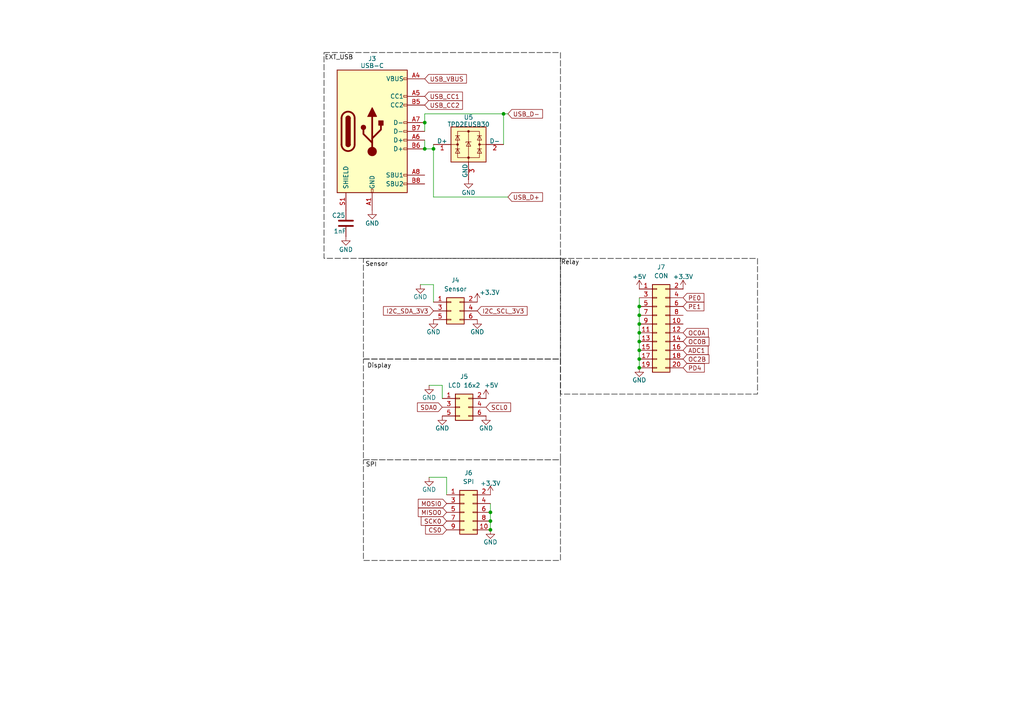
<source format=kicad_sch>
(kicad_sch (version 20250114) (generator "eeschema") (generator_version "9.0")
  (paper "A4")
  (title_block (title "IoT Logger C - Connectors") (date "2026-01-24") (rev "1.0") (company "Piotr Kłyś"))
  (lib_symbols
    (symbol "Connector:USB_C_Receptacle_USB2.0_16P" (pin_names (offset 1.016))
      (property "Reference" "J" (at 0 22.225 0))
      (property "Value" "USB_C_Receptacle_USB2.0_16P" (at 0 19.685 0))
      (symbol "USB_C_Receptacle_USB2.0_16P_0_0"
        (rectangle (start -0.254 -17.78) (end 0.254 -16.764))
        (rectangle (start 10.16 15.494) (end 9.144 14.986))
        (rectangle (start 10.16 10.414) (end 9.144 9.906))
        (rectangle (start 10.16 7.874) (end 9.144 7.366))
        (rectangle (start 10.16 2.794) (end 9.144 2.286))
        (rectangle (start 10.16 0.254) (end 9.144 -0.254))
        (rectangle (start 10.16 -2.286) (end 9.144 -2.794))
        (rectangle (start 10.16 -4.826) (end 9.144 -5.334))
        (rectangle (start 10.16 -12.446) (end 9.144 -12.954))
        (rectangle (start 10.16 -14.986) (end 9.144 -15.494))
      )
      (symbol "USB_C_Receptacle_USB2.0_16P_0_1"
        (rectangle (start -10.16 17.78) (end 10.16 -17.78) (stroke (width 0.254)) (fill (type background)))
        (polyline (pts (xy -8.89 -3.81) (xy -8.89 3.81)) (stroke (width 0.508)))
        (rectangle (start -7.62 -3.81) (end -6.35 3.81) (stroke (width 0.254)) (fill (type outline)))
        (arc (start -7.62 3.81) (mid -6.985 4.4423) (end -6.35 3.81) (stroke (width 0.254)))
        (arc (start -7.62 3.81) (mid -6.985 4.4423) (end -6.35 3.81) (stroke (width 0.254)) (fill (type outline)))
        (arc (start -8.89 3.81) (mid -6.985 5.7067) (end -5.08 3.81) (stroke (width 0.508)))
        (arc (start -5.08 -3.81) (mid -6.985 -5.7067) (end -8.89 -3.81) (stroke (width 0.508)))
        (arc (start -6.35 -3.81) (mid -6.985 -4.4423) (end -7.62 -3.81) (stroke (width 0.254)))
        (arc (start -6.35 -3.81) (mid -6.985 -4.4423) (end -7.62 -3.81) (stroke (width 0.254)) (fill (type outline)))
        (polyline (pts (xy -5.08 3.81) (xy -5.08 -3.81)) (stroke (width 0.508)))
        (circle (center -2.54 1.143) (radius 0.635) (stroke (width 0.254)) (fill (type outline)))
        (polyline (pts (xy -1.27 4.318) (xy 0 6.858) (xy 1.27 4.318) (xy -1.27 4.318)) (stroke (width 0.254)) (fill (type outline)))
        (polyline (pts (xy 0 -2.032) (xy 2.54 0.508) (xy 2.54 1.778)) (stroke (width 0.508)))
        (polyline (pts (xy 0 -3.302) (xy -2.54 -0.762) (xy -2.54 0.508)) (stroke (width 0.508)))
        (polyline (pts (xy 0 -5.842) (xy 0 4.318)) (stroke (width 0.508)))
        (circle (center 0 -5.842) (radius 1.27) (fill (type outline)))
        (rectangle (start 1.905 1.778) (end 3.175 3.048) (stroke (width 0.254)) (fill (type outline)))
      )
      (symbol "USB_C_Receptacle_USB2.0_16P_1_1"
        (pin passive line (at -7.62 -22.86 90) (length 5.08) (name "SHIELD") (number "S1"))
        (pin passive line (at 0 -22.86 90) (length 5.08) (name "GND") (number "A1"))
        (pin passive line (at 0 -22.86 90) (length 5.08) (hide yes) (name "GND") (number "A12"))
        (pin passive line (at 0 -22.86 90) (length 5.08) (hide yes) (name "GND") (number "B1"))
        (pin passive line (at 0 -22.86 90) (length 5.08) (hide yes) (name "GND") (number "B12"))
        (pin passive line (at 15.24 15.24 180) (length 5.08) (name "VBUS") (number "A4"))
        (pin passive line (at 15.24 15.24 180) (length 5.08) (hide yes) (name "VBUS") (number "A9"))
        (pin passive line (at 15.24 15.24 180) (length 5.08) (hide yes) (name "VBUS") (number "B4"))
        (pin passive line (at 15.24 15.24 180) (length 5.08) (hide yes) (name "VBUS") (number "B9"))
        (pin bidirectional line (at 15.24 10.16 180) (length 5.08) (name "CC1") (number "A5"))
        (pin bidirectional line (at 15.24 7.62 180) (length 5.08) (name "CC2") (number "B5"))
        (pin bidirectional line (at 15.24 2.54 180) (length 5.08) (name "D-") (number "A7"))
        (pin bidirectional line (at 15.24 0 180) (length 5.08) (name "D-") (number "B7"))
        (pin bidirectional line (at 15.24 -2.54 180) (length 5.08) (name "D+") (number "A6"))
        (pin bidirectional line (at 15.24 -5.08 180) (length 5.08) (name "D+") (number "B6"))
        (pin bidirectional line (at 15.24 -12.7 180) (length 5.08) (name "SBU1") (number "A8"))
        (pin bidirectional line (at 15.24 -15.24 180) (length 5.08) (name "SBU2") (number "B8"))
      )
    )
    (symbol "Connector_Generic:Conn_02x03_Odd_Even" (pin_names (offset 1.016) (hide yes))
      (property "Reference" "J" (at 1.27 5.08 0))
      (property "Value" "Conn_02x03_Odd_Even" (at 1.27 -5.08 0))
      (symbol "Conn_02x03_Odd_Even_1_1"
        (rectangle (start -1.27 3.81) (end 3.81 -3.81) (stroke (width 0.254)) (fill (type background)))
        (rectangle (start -1.27 2.667) (end 0 2.413) (stroke (width 0.1524)))
        (rectangle (start -1.27 0.127) (end 0 -0.127) (stroke (width 0.1524)))
        (rectangle (start -1.27 -2.413) (end 0 -2.667) (stroke (width 0.1524)))
        (rectangle (start 3.81 2.667) (end 2.54 2.413) (stroke (width 0.1524)))
        (rectangle (start 3.81 0.127) (end 2.54 -0.127) (stroke (width 0.1524)))
        (rectangle (start 3.81 -2.413) (end 2.54 -2.667) (stroke (width 0.1524)))
        (pin passive line (at -5.08 2.54 0) (length 3.81) (name "Pin_1") (number "1"))
        (pin passive line (at -5.08 0 0) (length 3.81) (name "Pin_3") (number "3"))
        (pin passive line (at -5.08 -2.54 0) (length 3.81) (name "Pin_5") (number "5"))
        (pin passive line (at 7.62 2.54 180) (length 3.81) (name "Pin_2") (number "2"))
        (pin passive line (at 7.62 0 180) (length 3.81) (name "Pin_4") (number "4"))
        (pin passive line (at 7.62 -2.54 180) (length 3.81) (name "Pin_6") (number "6"))
      )
    )
    (symbol "Connector_Generic:Conn_02x05_Odd_Even" (pin_names (offset 1.016) (hide yes))
      (property "Reference" "J" (at 1.27 7.62 0))
      (property "Value" "Conn_02x05_Odd_Even" (at 1.27 -7.62 0))
      (symbol "Conn_02x05_Odd_Even_1_1"
        (rectangle (start -1.27 6.35) (end 3.81 -6.35) (stroke (width 0.254)) (fill (type background)))
        (rectangle (start -1.27 5.207) (end 0 4.953) (stroke (width 0.1524)))
        (rectangle (start -1.27 2.667) (end 0 2.413) (stroke (width 0.1524)))
        (rectangle (start -1.27 0.127) (end 0 -0.127) (stroke (width 0.1524)))
        (rectangle (start -1.27 -2.413) (end 0 -2.667) (stroke (width 0.1524)))
        (rectangle (start -1.27 -4.953) (end 0 -5.207) (stroke (width 0.1524)))
        (rectangle (start 3.81 5.207) (end 2.54 4.953) (stroke (width 0.1524)))
        (rectangle (start 3.81 2.667) (end 2.54 2.413) (stroke (width 0.1524)))
        (rectangle (start 3.81 0.127) (end 2.54 -0.127) (stroke (width 0.1524)))
        (rectangle (start 3.81 -2.413) (end 2.54 -2.667) (stroke (width 0.1524)))
        (rectangle (start 3.81 -4.953) (end 2.54 -5.207) (stroke (width 0.1524)))
        (pin passive line (at -5.08 5.08 0) (length 3.81) (name "Pin_1") (number "1"))
        (pin passive line (at -5.08 2.54 0) (length 3.81) (name "Pin_3") (number "3"))
        (pin passive line (at -5.08 0 0) (length 3.81) (name "Pin_5") (number "5"))
        (pin passive line (at -5.08 -2.54 0) (length 3.81) (name "Pin_7") (number "7"))
        (pin passive line (at -5.08 -5.08 0) (length 3.81) (name "Pin_9") (number "9"))
        (pin passive line (at 7.62 5.08 180) (length 3.81) (name "Pin_2") (number "2"))
        (pin passive line (at 7.62 2.54 180) (length 3.81) (name "Pin_4") (number "4"))
        (pin passive line (at 7.62 0 180) (length 3.81) (name "Pin_6") (number "6"))
        (pin passive line (at 7.62 -2.54 180) (length 3.81) (name "Pin_8") (number "8"))
        (pin passive line (at 7.62 -5.08 180) (length 3.81) (name "Pin_10") (number "10"))
      )
    )
    (symbol "Connector_Generic:Conn_02x10_Odd_Even" (pin_names (offset 1.016) (hide yes))
      (property "Reference" "J" (at 1.27 12.7 0))
      (property "Value" "Conn_02x10_Odd_Even" (at 1.27 -15.24 0))
      (symbol "Conn_02x10_Odd_Even_1_1"
        (rectangle (start -1.27 11.43) (end 3.81 -13.97) (stroke (width 0.254)) (fill (type background)))
        (rectangle (start -1.27 10.287) (end 0 10.033) (stroke (width 0.1524)))
        (rectangle (start -1.27 7.747) (end 0 7.493) (stroke (width 0.1524)))
        (rectangle (start -1.27 5.207) (end 0 4.953) (stroke (width 0.1524)))
        (rectangle (start -1.27 2.667) (end 0 2.413) (stroke (width 0.1524)))
        (rectangle (start -1.27 0.127) (end 0 -0.127) (stroke (width 0.1524)))
        (rectangle (start -1.27 -2.413) (end 0 -2.667) (stroke (width 0.1524)))
        (rectangle (start -1.27 -4.953) (end 0 -5.207) (stroke (width 0.1524)))
        (rectangle (start -1.27 -7.493) (end 0 -7.747) (stroke (width 0.1524)))
        (rectangle (start -1.27 -10.033) (end 0 -10.287) (stroke (width 0.1524)))
        (rectangle (start -1.27 -12.573) (end 0 -12.827) (stroke (width 0.1524)))
        (rectangle (start 3.81 10.287) (end 2.54 10.033) (stroke (width 0.1524)))
        (rectangle (start 3.81 7.747) (end 2.54 7.493) (stroke (width 0.1524)))
        (rectangle (start 3.81 5.207) (end 2.54 4.953) (stroke (width 0.1524)))
        (rectangle (start 3.81 2.667) (end 2.54 2.413) (stroke (width 0.1524)))
        (rectangle (start 3.81 0.127) (end 2.54 -0.127) (stroke (width 0.1524)))
        (rectangle (start 3.81 -2.413) (end 2.54 -2.667) (stroke (width 0.1524)))
        (rectangle (start 3.81 -4.953) (end 2.54 -5.207) (stroke (width 0.1524)))
        (rectangle (start 3.81 -7.493) (end 2.54 -7.747) (stroke (width 0.1524)))
        (rectangle (start 3.81 -10.033) (end 2.54 -10.287) (stroke (width 0.1524)))
        (rectangle (start 3.81 -12.573) (end 2.54 -12.827) (stroke (width 0.1524)))
        (pin passive line (at -5.08 10.16 0) (length 3.81) (name "Pin_1") (number "1"))
        (pin passive line (at -5.08 7.62 0) (length 3.81) (name "Pin_3") (number "3"))
        (pin passive line (at -5.08 5.08 0) (length 3.81) (name "Pin_5") (number "5"))
        (pin passive line (at -5.08 2.54 0) (length 3.81) (name "Pin_7") (number "7"))
        (pin passive line (at -5.08 0 0) (length 3.81) (name "Pin_9") (number "9"))
        (pin passive line (at -5.08 -2.54 0) (length 3.81) (name "Pin_11") (number "11"))
        (pin passive line (at -5.08 -5.08 0) (length 3.81) (name "Pin_13") (number "13"))
        (pin passive line (at -5.08 -7.62 0) (length 3.81) (name "Pin_15") (number "15"))
        (pin passive line (at -5.08 -10.16 0) (length 3.81) (name "Pin_17") (number "17"))
        (pin passive line (at -5.08 -12.7 0) (length 3.81) (name "Pin_19") (number "19"))
        (pin passive line (at 7.62 10.16 180) (length 3.81) (name "Pin_2") (number "2"))
        (pin passive line (at 7.62 7.62 180) (length 3.81) (name "Pin_4") (number "4"))
        (pin passive line (at 7.62 5.08 180) (length 3.81) (name "Pin_6") (number "6"))
        (pin passive line (at 7.62 2.54 180) (length 3.81) (name "Pin_8") (number "8"))
        (pin passive line (at 7.62 0 180) (length 3.81) (name "Pin_10") (number "10"))
        (pin passive line (at 7.62 -2.54 180) (length 3.81) (name "Pin_12") (number "12"))
        (pin passive line (at 7.62 -5.08 180) (length 3.81) (name "Pin_14") (number "14"))
        (pin passive line (at 7.62 -7.62 180) (length 3.81) (name "Pin_16") (number "16"))
        (pin passive line (at 7.62 -10.16 180) (length 3.81) (name "Pin_18") (number "18"))
        (pin passive line (at 7.62 -12.7 180) (length 3.81) (name "Pin_20") (number "20"))
      )
    )
    (symbol "Device:C" (pin_numbers (hide yes)) (pin_names (offset 0.254))
      (property "Reference" "C" (at 0.635 2.54 0))
      (property "Value" "C" (at 0.635 -2.54 0))
      (symbol "C_0_1"
        (polyline (pts (xy -2.032 0.762) (xy 2.032 0.762)) (stroke (width 0.508)))
        (polyline (pts (xy -2.032 -0.762) (xy 2.032 -0.762)) (stroke (width 0.508)))
      )
      (symbol "C_1_1"
        (pin passive line (at 0 3.81 270) (length 2.794) (name "~") (number "1"))
        (pin passive line (at 0 -3.81 90) (length 2.794) (name "~") (number "2"))
      )
    )
    (symbol "Power_Protection:TPD2EUSB30" (pin_names (offset 0))
      (property "Reference" "U" (at 0 6.35 0))
      (property "Value" "TPD2EUSB30" (at 7.62 -7.62 0))
      (symbol "TPD2EUSB30_0_1"
        (rectangle (start -5.08 5.08) (end 5.08 -5.08) (stroke (width 0.254)) (fill (type background)))
        (polyline (pts (xy -5.08 0) (xy -3.175 0)))
        (polyline (pts (xy -3.81 2.54) (xy -2.54 2.54)))
        (polyline (pts (xy -3.81 -1.27) (xy -2.54 -1.27)))
        (rectangle (start -3.175 3.81) (end 3.175 -3.81))
        (circle (center -3.175 0) (radius 0.2794) (fill (type outline)))
        (polyline (pts (xy -2.54 1.27) (xy -3.81 1.27) (xy -3.175 2.54) (xy -2.54 1.27)))
        (polyline (pts (xy -2.54 -2.54) (xy -3.81 -2.54) (xy -3.175 -1.27) (xy -2.54 -2.54)))
        (circle (center 0 3.81) (radius 0.2794) (fill (type outline)))
        (polyline (pts (xy 0 3.81) (xy 0 -5.08)))
        (circle (center 0 -3.81) (radius 0.2794) (fill (type outline)))
        (polyline (pts (xy 0.635 -0.508) (xy -0.635 -0.508) (xy 0 0.762) (xy 0.635 -0.508)))
        (polyline (pts (xy 0.762 0.762) (xy -0.762 0.762) (xy -0.762 0.508)))
        (polyline (pts (xy 2.54 2.54) (xy 3.81 2.54)))
        (polyline (pts (xy 2.54 -1.27) (xy 3.81 -1.27)))
        (circle (center 3.175 0) (radius 0.2794) (fill (type outline)))
        (polyline (pts (xy 3.81 1.27) (xy 2.54 1.27) (xy 3.175 2.54) (xy 3.81 1.27)))
        (polyline (pts (xy 3.81 -2.54) (xy 2.54 -2.54) (xy 3.175 -1.27) (xy 3.81 -2.54)))
        (polyline (pts (xy 5.08 0) (xy 3.175 0)))
      )
      (symbol "TPD2EUSB30_1_1"
        (pin passive line (at -10.16 0 0) (length 5.08) (name "D+") (number "1"))
        (pin passive line (at 0 -10.16 90) (length 5.08) (name "GND") (number "3"))
        (pin passive line (at 10.16 0 180) (length 5.08) (name "D-") (number "2"))
      )
    )
    (symbol "power:+3.3V" (power) (pin_numbers (hide yes)) (pin_names (offset 0) (hide yes))
      (property "Value" "+3.3V" (at 0 3.556 0))
      (symbol "+3.3V_0_1"
        (polyline (pts (xy -0.762 1.27) (xy 0 2.54)))
        (polyline (pts (xy 0 2.54) (xy 0.762 1.27)))
        (polyline (pts (xy 0 0) (xy 0 2.54)))
      )
      (symbol "+3.3V_1_1"
        (pin power_in line (at 0 0 90) (length 0) (name "~") (number "1"))
      )
    )
    (symbol "power:GND" (power) (pin_numbers (hide yes)) (pin_names (offset 0) (hide yes))
      (property "Value" "GND" (at 0 -3.81 0))
      (symbol "GND_0_1"
        (polyline (pts (xy 0 0) (xy 0 -1.27) (xy 1.27 -1.27) (xy 0 -2.54) (xy -1.27 -1.27) (xy 0 -1.27)))
      )
      (symbol "GND_1_1"
        (pin power_in line (at 0 0 270) (length 0) (name "~") (number "1"))
      )
    )
  )
  (rectangle (start 105.41 133.35) (end 162.56 162.56) (stroke (width 0) (type dash) (color 0 0 0 1)))
  (rectangle (start 105.41 104.14) (end 162.56 133.35) (stroke (width 0) (type dash) (color 0 0 0 1)))
  (rectangle (start 162.5599 74.9536) (end 219.7099 114.3) (stroke (width 0) (type dash) (color 0 0 0 1)))
  (rectangle (start 93.98 15.24) (end 162.56 74.93) (stroke (width 0) (type dash) (color 0 0 0 1)))
  (rectangle (start 105.41 74.93) (end 162.56 104.14) (stroke (width 0) (type dash) (color 0 0 0 1)))
  (text "EXT_USB" (at 98.298 16.764 0) (effects (font (size 1.27 1.27))))
  (text "Sensor " (at 109.728 76.708 0) (effects (font (size 1.27 1.27))))
  (text "Relay" (at 165.354 76.2 0) (effects (font (size 1.27 1.27))))
  (text "Display" (at 109.982 106.172 0) (effects (font (size 1.27 1.27))))
  (text "SPI" (at 107.696 134.874 0) (effects (font (size 1.27 1.27))))
  (junction (at 185.42 106.68))
  (junction (at 185.42 91.44))
  (junction (at 185.42 99.06))
  (junction (at 185.42 101.6))
  (junction (at 185.42 104.14))
  (junction (at 142.24 151.13))
  (junction (at 123.19 43.18))
  (junction (at 142.24 153.67))
  (junction (at 142.24 148.59))
  (junction (at 125.73 43.18))
  (junction (at 146.05 33.02))
  (junction (at 123.19 35.56))
  (junction (at 185.42 93.98))
  (junction (at 185.42 88.9))
  (junction (at 185.42 96.52))
  (wire (pts (xy 185.42 93.98) (xy 185.42 96.52)))
  (wire (pts (xy 125.73 82.55) (xy 121.92 82.55)))
  (wire (pts (xy 146.05 33.02) (xy 123.19 33.02)))
  (wire (pts (xy 185.42 101.6) (xy 185.42 104.14)))
  (wire (pts (xy 185.42 96.52) (xy 185.42 99.06)))
  (wire (pts (xy 147.32 33.02) (xy 146.05 33.02)))
  (wire (pts (xy 142.24 151.13) (xy 142.24 153.67)))
  (wire (pts (xy 146.05 33.02) (xy 146.05 41.91)))
  (wire (pts (xy 128.27 111.76) (xy 124.46 111.76)))
  (wire (pts (xy 128.27 115.57) (xy 128.27 111.76)))
  (wire (pts (xy 185.42 88.9) (xy 185.42 91.44)))
  (wire (pts (xy 185.42 104.14) (xy 185.42 106.68)))
  (wire (pts (xy 142.24 148.59) (xy 142.24 151.13)))
  (wire (pts (xy 185.42 99.06) (xy 185.42 101.6)))
  (wire (pts (xy 129.54 138.43) (xy 124.46 138.43)))
  (wire (pts (xy 142.24 146.05) (xy 142.24 148.59)))
  (wire (pts (xy 123.19 33.02) (xy 123.19 35.56)))
  (wire (pts (xy 125.73 43.18) (xy 125.73 57.15)))
  (wire (pts (xy 147.32 57.15) (xy 125.73 57.15)))
  (wire (pts (xy 129.54 143.51) (xy 129.54 138.43)))
  (wire (pts (xy 185.42 86.36) (xy 185.42 88.9)))
  (wire (pts (xy 123.19 40.64) (xy 123.19 43.18)))
  (wire (pts (xy 123.19 35.56) (xy 123.19 38.1)))
  (wire (pts (xy 185.42 91.44) (xy 185.42 93.98)))
  (wire (pts (xy 125.73 43.18) (xy 123.19 43.18)))
  (wire (pts (xy 125.73 41.91) (xy 125.73 43.18)))
  (wire (pts (xy 125.73 87.63) (xy 125.73 82.55)))
  (global_label "I2C_SCL_3V3" (shape input) (at 138.43 90.17 0) (property "Intersheetrefs" "${INTERSHEET_REFS}" (effects (hide yes))))
  (global_label "PD4" (shape input) (at 198.12 106.68 0) (property "Intersheetrefs" "${INTERSHEET_REFS}" (effects (hide yes))))
  (global_label "PE0" (shape input) (at 198.12 86.36 0) (property "Intersheetrefs" "${INTERSHEET_REFS}" (effects (hide yes))))
  (global_label "USB_D+" (shape input) (at 147.32 57.15 0) (property "Intersheetrefs" "${INTERSHEET_REFS}" (effects (hide yes))))
  (global_label "MISO0" (shape input) (at 129.54 148.59 180) (property "Intersheetrefs" "${INTERSHEET_REFS}" (effects (hide yes))))
  (global_label "MOSI0" (shape input) (at 129.54 146.05 180) (property "Intersheetrefs" "${INTERSHEET_REFS}" (effects (hide yes))))
  (global_label "USB_VBUS" (shape input) (at 123.19 22.86 0) (property "Intersheetrefs" "${INTERSHEET_REFS}" (effects (hide yes))))
  (global_label "I2C_SDA_3V3" (shape input) (at 125.73 90.17 180) (property "Intersheetrefs" "${INTERSHEET_REFS}" (effects (hide yes))))
  (global_label "USB_D-" (shape input) (at 147.32 33.02 0) (property "Intersheetrefs" "${INTERSHEET_REFS}" (effects (hide yes))))
  (global_label "PE1" (shape input) (at 198.12 88.9 0) (property "Intersheetrefs" "${INTERSHEET_REFS}" (effects (hide yes))))
  (global_label "OC0B" (shape input) (at 198.12 99.06 0) (property "Intersheetrefs" "${INTERSHEET_REFS}" (effects (hide yes))))
  (global_label "SCK0" (shape input) (at 129.54 151.13 180) (property "Intersheetrefs" "${INTERSHEET_REFS}" (effects (hide yes))))
  (global_label "OC0A" (shape input) (at 198.12 96.52 0) (property "Intersheetrefs" "${INTERSHEET_REFS}" (effects (hide yes))))
  (global_label "ADC1" (shape input) (at 198.12 101.6 0) (property "Intersheetrefs" "${INTERSHEET_REFS}" (effects (hide yes))))
  (global_label "OC2B" (shape input) (at 198.12 104.14 0) (property "Intersheetrefs" "${INTERSHEET_REFS}" (effects (hide yes))))
  (global_label "CS0" (shape input) (at 129.54 153.67 180) (property "Intersheetrefs" "${INTERSHEET_REFS}" (effects (hide yes))))
  (global_label "USB_CC1" (shape input) (at 123.19 27.94 0) (property "Intersheetrefs" "${INTERSHEET_REFS}" (effects (hide yes))))
  (global_label "USB_CC2" (shape input) (at 123.19 30.48 0) (property "Intersheetrefs" "${INTERSHEET_REFS}" (effects (hide yes))))
  (global_label "SCL0" (shape input) (at 140.97 118.11 0) (property "Intersheetrefs" "${INTERSHEET_REFS}" (effects (hide yes))))
  (global_label "SDA0" (shape input) (at 128.27 118.11 180) (property "Intersheetrefs" "${INTERSHEET_REFS}" (effects (hide yes))))
  (symbol (lib_id "power:+3.3V") (at 140.97 115.57 0) (unit 1)
    (property "Reference" "#PWR070" (effects (hide yes)))
    (property "Value" "+5V" (at 142.494 111.76 0))
    (property "Description" "Power symbol creates a global label with name \"+3.3V\"" (effects (hide yes)))
  )
  (symbol (lib_id "power:+3.3V") (at 142.24 143.51 0) (unit 1)
    (property "Reference" "#PWR072" (effects (hide yes)))
    (property "Value" "+3.3V" (at 142.24 140.208 0))
    (property "Description" "Power symbol creates a global label with name \"+3.3V\"" (effects (hide yes)))
  )
  (symbol (lib_id "power:GND") (at 100.33 68.58 0) (unit 1)
    (property "Reference" "#PWR060" (effects (hide yes)))
    (property "Value" "GND" (at 100.33 72.39 0))
    (property "Description" "Power symbol creates a global label with name \"GND\" , ground" (effects (hide yes)))
  )
  (symbol (lib_id "power:GND") (at 107.95 60.96 0) (unit 1)
    (property "Reference" "#PWR061" (effects (hide yes)))
    (property "Value" "GND" (at 107.95 64.77 0))
    (property "Description" "Power symbol creates a global label with name \"GND\" , ground" (effects (hide yes)))
  )
  (symbol (lib_id "power:+3.3V") (at 185.42 83.82 0) (unit 1)
    (property "Reference" "#PWR074" (effects (hide yes)))
    (property "Value" "+5V" (at 185.42 80.264 0))
    (property "Description" "Power symbol creates a global label with name \"+3.3V\"" (effects (hide yes)))
  )
  (symbol (lib_id "power:GND") (at 140.97 120.65 0) (unit 1)
    (property "Reference" "#PWR071" (effects (hide yes)))
    (property "Value" "GND" (at 140.97 124.206 0))
    (property "Description" "Power symbol creates a global label with name \"GND\" , ground" (effects (hide yes)))
  )
  (symbol (lib_id "power:GND") (at 124.46 111.76 0) (unit 1)
    (property "Reference" "#PWR063" (effects (hide yes)))
    (property "Value" "GND" (at 124.46 115.316 0))
    (property "Description" "Power symbol creates a global label with name \"GND\" , ground" (effects (hide yes)))
  )
  (symbol (lib_id "power:GND") (at 128.27 120.65 0) (unit 1)
    (property "Reference" "#PWR066" (effects (hide yes)))
    (property "Value" "GND" (at 128.27 124.206 0))
    (property "Description" "Power symbol creates a global label with name \"GND\" , ground" (effects (hide yes)))
  )
  (symbol (lib_id "power:GND") (at 125.73 92.71 0) (unit 1)
    (property "Reference" "#PWR065" (effects (hide yes)))
    (property "Value" "GND" (at 125.73 96.266 0))
    (property "Description" "Power symbol creates a global label with name \"GND\" , ground" (effects (hide yes)))
  )
  (symbol (lib_id "Connector_Generic:Conn_02x05_Odd_Even") (at 134.62 148.59 0) (unit 1)
    (property "Reference" "J6" (at 135.89 137.16 0))
    (property "Value" "SPI" (at 135.89 139.7 0))
    (property "Footprint" "Connector_IDC:IDC-Header_2x05_P2.54mm_Vertical" (effects (hide yes)))
    (property "Description" "Generic connector, double row, 02x05, odd/even pin numbering scheme (row 1 odd numbers, row 2 even numbers), script generated (kicad-library-utils/schlib/autogen/connector/)" (effects (hide yes)))
  )
  (symbol (lib_id "power:GND") (at 138.43 92.71 0) (unit 1)
    (property "Reference" "#PWR069" (effects (hide yes)))
    (property "Value" "GND" (at 138.43 96.266 0))
    (property "Description" "Power symbol creates a global label with name \"GND\" , ground" (effects (hide yes)))
  )
  (symbol (lib_id "Connector:USB_C_Receptacle_USB2.0_16P") (at 107.95 38.1 0) (unit 1)
    (property "Reference" "J3" (at 107.95 17.018 0))
    (property "Value" "USB-C" (at 107.95 19.05 0))
    (property "Footprint" "Connector_USB:USB_C_Receptacle_GCT_USB4085" (effects (hide yes)))
    (property "Datasheet" "https://www.usb.org/sites/default/files/documents/usb_type-c.zip" (effects (hide yes)))
    (property "Description" "USB 2.0-only 16P Type-C Receptacle connector" (effects (hide yes)))
  )
  (symbol (lib_id "power:+3.3V") (at 198.12 83.82 0) (unit 1)
    (property "Reference" "#PWR077" (effects (hide yes)))
    (property "Value" "+3.3V" (at 198.12 80.264 0))
    (property "Description" "Power symbol creates a global label with name \"+3.3V\"" (effects (hide yes)))
  )
  (symbol (lib_id "Device:C") (at 100.33 64.77 0) (unit 1)
    (property "Reference" "C25" (at 96.266 62.484 0) (effects (justify left)))
    (property "Value" "1nF" (at 96.774 67.056 0) (effects (justify left)))
    (property "Footprint" "Capacitor_SMD:C_0603_1608Metric" (effects (hide yes)))
    (property "Description" "Unpolarized capacitor" (effects (hide yes)))
  )
  (symbol (lib_id "Connector_Generic:Conn_02x03_Odd_Even") (at 130.81 90.17 0) (unit 1)
    (property "Reference" "J4" (at 132.08 81.28 0))
    (property "Value" "Sensor" (at 132.08 83.82 0))
    (property "Footprint" "Connector_IDC:IDC-Header_2x03_P2.54mm_Vertical" (effects (hide yes)))
    (property "Description" "Generic connector, double row, 02x03, odd/even pin numbering scheme (row 1 odd numbers, row 2 even numbers), script generated (kicad-library-utils/schlib/autogen/connector/)" (effects (hide yes)))
  )
  (symbol (lib_id "Connector_Generic:Conn_02x03_Odd_Even") (at 133.35 118.11 0) (unit 1)
    (property "Reference" "J5" (at 134.62 109.22 0))
    (property "Value" "LCD 16x2" (at 134.62 111.76 0))
    (property "Footprint" "Connector_IDC:IDC-Header_2x03_P2.54mm_Vertical" (effects (hide yes)))
    (property "Description" "Generic connector, double row, 02x03, odd/even pin numbering scheme (row 1 odd numbers, row 2 even numbers), script generated (kicad-library-utils/schlib/autogen/connector/)" (effects (hide yes)))
  )
  (symbol (lib_id "power:GND") (at 124.46 138.43 0) (unit 1)
    (property "Reference" "#PWR064" (effects (hide yes)))
    (property "Value" "GND" (at 124.46 141.986 0))
    (property "Description" "Power symbol creates a global label with name \"GND\" , ground" (effects (hide yes)))
  )
  (symbol (lib_id "Power_Protection:TPD2EUSB30") (at 135.89 41.91 0) (unit 1)
    (property "Reference" "U5" (at 135.89 34.036 0))
    (property "Value" "TPD2EUSB30" (at 135.89 36.068 0))
    (property "Footprint" "Package_TO_SOT_SMD:Texas_DRT-3" (effects (hide yes)))
    (property "Datasheet" "http://www.ti.com/lit/ds/symlink/tpd2eusb30a.pdf" (effects (hide yes)))
    (property "Description" "2-Channel ESD Protection for Super-Speed USB 3.0 Interface, DRT-3" (effects (hide yes)))
  )
  (symbol (lib_id "power:GND") (at 121.92 82.55 0) (unit 1)
    (property "Reference" "#PWR062" (effects (hide yes)))
    (property "Value" "GND" (at 121.92 86.106 0))
    (property "Description" "Power symbol creates a global label with name \"GND\" , ground" (effects (hide yes)))
  )
  (symbol (lib_id "power:GND") (at 185.42 106.68 0) (unit 1)
    (property "Reference" "#PWR075" (effects (hide yes)))
    (property "Value" "GND" (at 185.42 110.236 0))
    (property "Description" "Power symbol creates a global label with name \"GND\" , ground" (effects (hide yes)))
  )
  (symbol (lib_id "power:+3.3V") (at 138.43 87.63 0) (unit 1)
    (property "Reference" "#PWR068" (effects (hide yes)))
    (property "Value" "+3.3V" (at 141.986 84.836 0))
    (property "Description" "Power symbol creates a global label with name \"+3.3V\"" (effects (hide yes)))
  )
  (symbol (lib_id "power:GND") (at 135.89 52.07 0) (unit 1)
    (property "Reference" "#PWR067" (effects (hide yes)))
    (property "Value" "GND" (at 135.89 55.88 0))
    (property "Description" "Power symbol creates a global label with name \"GND\" , ground" (effects (hide yes)))
  )
  (symbol (lib_id "power:GND") (at 142.24 153.67 0) (unit 1)
    (property "Reference" "#PWR073" (effects (hide yes)))
    (property "Value" "GND" (at 142.24 157.226 0))
    (property "Description" "Power symbol creates a global label with name \"GND\" , ground" (effects (hide yes)))
  )
  (symbol (lib_id "Connector_Generic:Conn_02x10_Odd_Even") (at 190.5 93.98 0) (unit 1)
    (property "Reference" "J7" (at 191.77 77.47 0))
    (property "Value" "CON" (at 191.77 80.01 0))
    (property "Footprint" "Connector_PinSocket_2.54mm:PinSocket_2x10_P2.54mm_Vertical" (effects (hide yes)))
    (property "Description" "Generic connector, double row, 02x10, odd/even pin numbering scheme (row 1 odd numbers, row 2 even numbers), script generated (kicad-library-utils/schlib/autogen/connector/)" (effects (hide yes)))
  )
)
</source>
